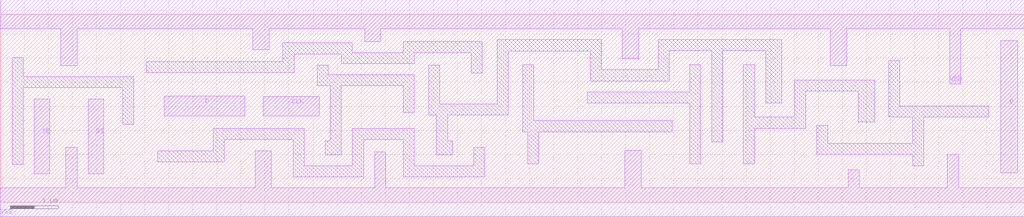
<source format=lef>
# Copyright 2022 GlobalFoundries PDK Authors
#
# Licensed under the Apache License, Version 2.0 (the "License");
# you may not use this file except in compliance with the License.
# You may obtain a copy of the License at
#
#      http://www.apache.org/licenses/LICENSE-2.0
#
# Unless required by applicable law or agreed to in writing, software
# distributed under the License is distributed on an "AS IS" BASIS,
# WITHOUT WARRANTIES OR CONDITIONS OF ANY KIND, either express or implied.
# See the License for the specific language governing permissions and
# limitations under the License.

MACRO gf180mcu_fd_sc_mcu7t5v0__sdffq_1
  CLASS core ;
  FOREIGN gf180mcu_fd_sc_mcu7t5v0__sdffq_1 0.0 0.0 ;
  ORIGIN 0 0 ;
  SYMMETRY X Y ;
  SITE GF018hv5v_mcu_sc7 ;
  SIZE 21.28 BY 3.92 ;
  PIN D
    DIRECTION INPUT ;
    ANTENNAGATEAREA 0.531 ;
    PORT
      LAYER Metal1 ;
        POLYGON 3.41 1.795 5.085 1.795 5.085 2.215 3.41 2.215  ;
    END
  END D
  PIN SE
    DIRECTION INPUT ;
    ANTENNAGATEAREA 1.062 ;
    PORT
      LAYER Metal1 ;
        POLYGON 0.705 0.595 1.03 0.595 1.03 2.15 0.705 2.15  ;
    END
  END SE
  PIN SI
    DIRECTION INPUT ;
    ANTENNAGATEAREA 0.531 ;
    PORT
      LAYER Metal1 ;
        POLYGON 1.825 0.595 2.15 0.595 2.15 2.15 1.825 2.15  ;
    END
  END SI
  PIN CLK
    DIRECTION INPUT ;
    USE clock ;
    ANTENNAGATEAREA 0.739 ;
    PORT
      LAYER Metal1 ;
        POLYGON 5.465 1.795 6.63 1.795 6.63 2.2 5.465 2.2  ;
    END
  END CLK
  PIN Q
    DIRECTION OUTPUT ;
    ANTENNADIFFAREA 0.8932 ;
    PORT
      LAYER Metal1 ;
        POLYGON 20.79 0.615 21.15 0.615 21.15 3.365 20.79 3.365  ;
    END
  END Q
  PIN VDD
    DIRECTION INOUT ;
    USE power ;
    SHAPE ABUTMENT ;
    PORT
      LAYER Metal1 ;
        POLYGON 0 3.62 1.26 3.62 1.26 2.845 1.6 2.845 1.6 3.62 2.775 3.62 5.25 3.62 5.25 3.18 5.59 3.18 5.59 3.62 7.57 3.62 7.57 3.35 7.91 3.35 7.91 3.62 10.015 3.62 12.93 3.62 12.93 2.995 13.27 2.995 13.27 3.62 16.245 3.62 17.25 3.62 17.25 2.845 17.59 2.845 17.59 3.62 18.17 3.62 19.735 3.62 19.735 2.46 19.965 2.46 19.965 3.62 20.54 3.62 21.28 3.62 21.28 4.22 20.54 4.22 18.17 4.22 16.245 4.22 10.015 4.22 2.775 4.22 0 4.22  ;
    END
  END VDD
  PIN VSS
    DIRECTION INOUT ;
    USE ground ;
    SHAPE ABUTMENT ;
    PORT
      LAYER Metal1 ;
        POLYGON 0 -0.3 21.28 -0.3 21.28 0.3 19.915 0.3 19.915 0.995 19.685 0.995 19.685 0.3 17.855 0.3 17.855 0.68 17.625 0.68 17.625 0.3 13.32 0.3 13.32 1.085 12.98 1.085 12.98 0.3 8.01 0.3 8.01 1.045 7.78 1.045 7.78 0.3 5.635 0.3 5.635 1.075 5.295 1.075 5.295 0.3 1.595 0.3 1.595 1.14 1.365 1.14 1.365 0.3 0 0.3  ;
    END
  END VSS
  OBS
      LAYER Metal1 ;
        POLYGON 0.245 0.79 0.475 0.79 0.475 2.385 2.545 2.385 2.545 1.625 2.775 1.625 2.775 2.615 0.475 2.615 0.475 3.015 0.245 3.015  ;
        POLYGON 6.585 2.43 6.86 2.43 6.86 1.275 6.75 1.275 6.75 0.99 7.09 0.99 7.09 2.43 8.37 2.43 8.37 1.875 8.6 1.875 8.6 2.66 6.815 2.66 6.815 2.86 6.585 2.86  ;
        POLYGON 3.03 2.705 6.105 2.705 6.105 3.09 7.09 3.09 7.09 2.89 8.6 2.89 8.6 3.12 9.785 3.12 9.785 2.69 10.015 2.69 10.015 3.35 8.37 3.35 8.37 3.12 7.32 3.12 7.32 3.32 5.875 3.32 5.875 2.935 3.03 2.935  ;
        POLYGON 3.27 0.845 4.655 0.845 4.655 1.305 6.09 1.305 6.09 0.53 7.55 0.53 7.55 1.305 8.375 1.305 8.375 0.53 10.07 0.53 10.07 1.14 9.84 1.14 9.84 0.76 8.605 0.76 8.605 1.535 7.32 1.535 7.32 0.76 6.32 0.76 6.32 1.535 4.425 1.535 4.425 1.075 3.27 1.075  ;
        POLYGON 10.855 1.47 10.96 1.47 10.96 0.8 11.19 0.8 11.19 1.47 13.965 1.47 13.965 1.7 11.085 1.7 11.085 2.87 10.855 2.87  ;
        POLYGON 12.2 2.07 14.325 2.07 14.325 0.8 14.555 0.8 14.555 2.87 14.325 2.87 14.325 2.3 12.2 2.3  ;
        POLYGON 9.295 1.82 10.555 1.82 10.555 3.15 12.26 3.15 12.26 2.53 13.9 2.53 13.9 3.16 14.785 3.16 14.785 1.26 15.015 1.26 15.015 3.16 15.905 3.16 15.905 2.07 16.245 2.07 16.245 3.39 13.67 3.39 13.67 2.765 12.49 2.765 12.49 3.39 10.325 3.39 10.325 2.05 9.13 2.05 9.13 2.86 8.9 2.86 8.9 1.82 9.065 1.82 9.065 0.99 9.405 0.99 9.405 1.275 9.295 1.275  ;
        POLYGON 15.445 0.8 15.675 0.8 15.675 1.54 16.735 1.54 16.735 2.315 17.83 2.315 17.83 1.67 18.17 1.67 18.17 2.55 16.505 2.55 16.505 1.775 15.675 1.775 15.675 2.87 15.445 2.87  ;
        POLYGON 18.465 1.78 18.965 1.78 18.965 1.23 17.195 1.23 17.195 1.6 16.965 1.6 16.965 0.995 18.965 0.995 18.965 0.76 19.195 0.76 19.195 1.78 20.54 1.78 20.54 2.01 18.695 2.01 18.695 2.95 18.465 2.95  ;
  END
END gf180mcu_fd_sc_mcu7t5v0__sdffq_1

</source>
